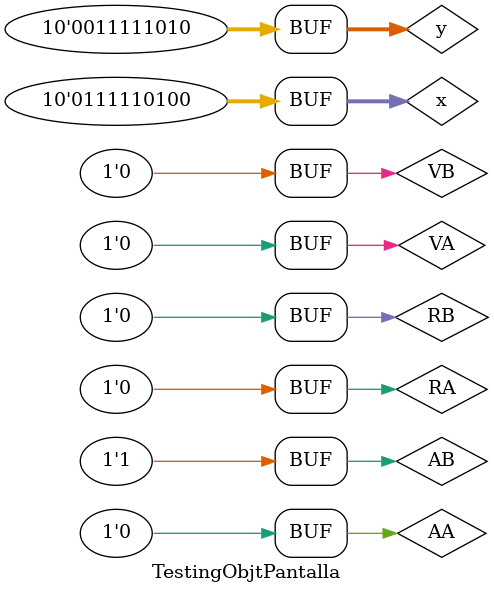
<source format=v>
`timescale 1ns / 1ps


module TestingObjtPantalla;

	// Inputs
	reg [9:0] x;
	reg [9:0] y;
	reg VA;
	reg AA;
	reg RA;
	reg VB;
	reg AB;
	reg RB;

	// Outputs
	wire R;
	wire G;
	wire B;

	// Instantiate the Unit Under Test (UUT)
	PrioridadDeObjetos uut (
		.x(x), 
		.y(y), 
		.VA(VA), 
		.AA(AA), 
		.RA(RA), 
		.VB(VB), 
		.AB(AB), 
		.RB(RB), 
		.R(R), 
		.G(G), 
		.B(B)
	);

	initial begin
		// Initialize Inputs
		x = 0;
		y = 0;
		VA = 0;
		AA = 0;
		RA = 0;
		VB = 0;
		AB = 0;
		RB = 0;
		//Luz Verde A Apagado
		#10
		
		x = 150;
		y = 160;
		VA = 0;
		AA = 0;
		RA = 0;
		VB = 0;
		AB = 0;
		RB = 0;
		
		//Luz Verde A  y Verde B Encendido
		#10
		
		x = 200;
		y = 119;
		VA = 1;
		AA = 0;
		RA = 0;
		VB = 1;
		AB = 0;
		RB = 0;
		//Borde Semaforo A
		#10
		
		x = 75;
		y = 200;
		VA = 0;
		AA = 0;
		RA = 0;
		VB = 0;
		AB = 0;
		RB = 0;
		//Borde Semaforo B
		#10
		
		x = 510;
		y = 200;
		VA = 0;
		AA = 0;
		RA = 0;
		VB = 0;
		AB = 0;
		RB = 0;
		//Luz Amarilla B Apagada
		#10
		
		x = 500;
		y = 250;
		VA = 0;
		AA = 0;
		RA = 0;
		VB = 0;
		AB = 1;
		RB = 0;
		
		
		//Luz Amarilla B Encendida
		#10
		
		x = 500;
		y = 250;
		VA = 0;
		AA = 0;
		RA = 0;
		VB = 0;
		AB = 1;
		RB = 0;
		

		// Wait 100 ns for global reset to finish
		#100;
        
		// Add stimulus here

	end
      
endmodule


</source>
